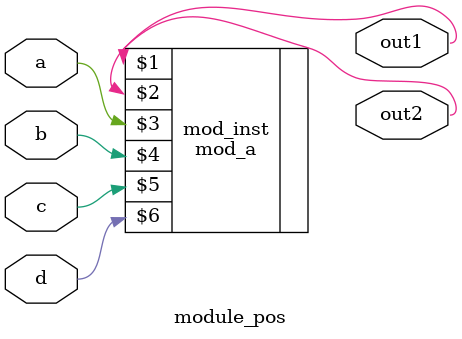
<source format=sv>
module module_pos (
  input a, 
  input b, 
  input c,
  input d,
  output out1,
  output out2
);

  mod_a mod_inst (out1, out2, a, b, c, d);

endmodule
</source>
